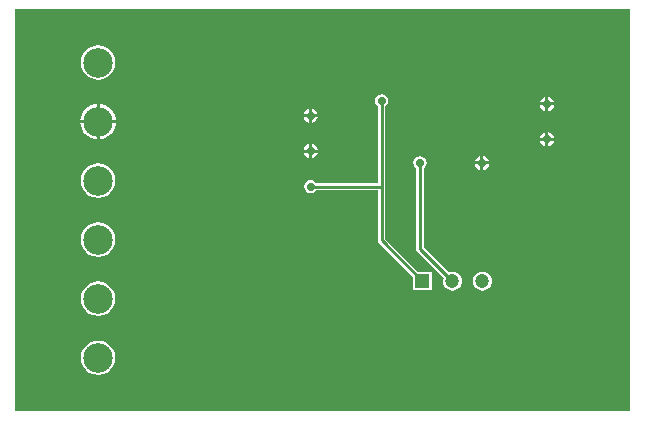
<source format=gbl>
%FSLAX25Y25*%
%MOIN*%
G70*
G01*
G75*
G04 Layer_Physical_Order=2*
G04 Layer_Color=16711680*
%ADD10O,0.08661X0.02362*%
%ADD11R,0.03937X0.05709*%
%ADD12R,0.05709X0.02165*%
%ADD13C,0.01000*%
%ADD14R,0.04724X0.04724*%
%ADD15C,0.04724*%
%ADD16C,0.09843*%
%ADD17C,0.02756*%
G36*
X255906Y51181D02*
X51181D01*
Y185039D01*
X255906D01*
Y51181D01*
D02*
G37*
%LPC*%
G36*
X207193Y136183D02*
Y134358D01*
X209018D01*
X208933Y134786D01*
X208407Y135573D01*
X207621Y136098D01*
X207193Y136183D01*
D02*
G37*
G36*
X206193D02*
X205765Y136098D01*
X204978Y135573D01*
X204453Y134786D01*
X204368Y134358D01*
X206193D01*
Y136183D01*
D02*
G37*
G36*
X209018Y133358D02*
X207193D01*
Y131533D01*
X207621Y131618D01*
X208407Y132144D01*
X208933Y132930D01*
X209018Y133358D01*
D02*
G37*
G36*
X149106Y137295D02*
X147281D01*
X147366Y136867D01*
X147892Y136081D01*
X148679Y135555D01*
X149106Y135470D01*
Y137295D01*
D02*
G37*
G36*
X150106Y140120D02*
Y138295D01*
X151931D01*
X151846Y138723D01*
X151321Y139510D01*
X150534Y140035D01*
X150106Y140120D01*
D02*
G37*
G36*
X149106D02*
X148679Y140035D01*
X147892Y139510D01*
X147366Y138723D01*
X147281Y138295D01*
X149106D01*
Y140120D01*
D02*
G37*
G36*
X151931Y137295D02*
X150106D01*
Y135470D01*
X150534Y135555D01*
X151321Y136081D01*
X151846Y136867D01*
X151931Y137295D01*
D02*
G37*
G36*
X206193Y133358D02*
X204368D01*
X204453Y132930D01*
X204978Y132144D01*
X205765Y131618D01*
X206193Y131533D01*
Y133358D01*
D02*
G37*
G36*
X186024Y136066D02*
X185179Y135898D01*
X184462Y135419D01*
X183984Y134703D01*
X183816Y133858D01*
X183984Y133013D01*
X184462Y132297D01*
X184711Y132131D01*
Y105315D01*
X184811Y104813D01*
X185096Y104387D01*
X193896Y95586D01*
X193782Y95310D01*
X193674Y94488D01*
X193782Y93666D01*
X194099Y92900D01*
X194604Y92242D01*
X195262Y91737D01*
X196028Y91420D01*
X196850Y91311D01*
X197673Y91420D01*
X198439Y91737D01*
X199097Y92242D01*
X199602Y92900D01*
X199919Y93666D01*
X200027Y94488D01*
X199919Y95310D01*
X199602Y96077D01*
X199097Y96734D01*
X198439Y97239D01*
X197673Y97557D01*
X196850Y97665D01*
X196028Y97557D01*
X195752Y97443D01*
X187336Y105859D01*
Y132131D01*
X187585Y132297D01*
X188063Y133013D01*
X188231Y133858D01*
X188063Y134703D01*
X187585Y135419D01*
X186869Y135898D01*
X186024Y136066D01*
D02*
G37*
G36*
X78740Y94341D02*
X77250Y94144D01*
X75861Y93569D01*
X74669Y92654D01*
X73754Y91462D01*
X73178Y90073D01*
X72982Y88583D01*
X73178Y87092D01*
X73754Y85704D01*
X74669Y84511D01*
X75861Y83596D01*
X77250Y83021D01*
X78740Y82825D01*
X80230Y83021D01*
X81619Y83596D01*
X82812Y84511D01*
X83727Y85704D01*
X84302Y87092D01*
X84498Y88583D01*
X84302Y90073D01*
X83727Y91462D01*
X82812Y92654D01*
X81619Y93569D01*
X80230Y94144D01*
X78740Y94341D01*
D02*
G37*
G36*
Y74656D02*
X77250Y74459D01*
X75861Y73884D01*
X74669Y72969D01*
X73754Y71777D01*
X73178Y70388D01*
X72982Y68898D01*
X73178Y67407D01*
X73754Y66019D01*
X74669Y64826D01*
X75861Y63911D01*
X77250Y63336D01*
X78740Y63140D01*
X80230Y63336D01*
X81619Y63911D01*
X82812Y64826D01*
X83727Y66019D01*
X84302Y67407D01*
X84498Y68898D01*
X84302Y70388D01*
X83727Y71777D01*
X82812Y72969D01*
X81619Y73884D01*
X80230Y74459D01*
X78740Y74656D01*
D02*
G37*
G36*
X206850Y97665D02*
X206028Y97557D01*
X205262Y97239D01*
X204604Y96734D01*
X204099Y96077D01*
X203782Y95310D01*
X203674Y94488D01*
X203782Y93666D01*
X204099Y92900D01*
X204604Y92242D01*
X205262Y91737D01*
X206028Y91420D01*
X206850Y91311D01*
X207673Y91420D01*
X208439Y91737D01*
X209097Y92242D01*
X209602Y92900D01*
X209919Y93666D01*
X210027Y94488D01*
X209919Y95310D01*
X209602Y96077D01*
X209097Y96734D01*
X208439Y97239D01*
X207673Y97557D01*
X206850Y97665D01*
D02*
G37*
G36*
X173228Y156735D02*
X172383Y156567D01*
X171667Y156089D01*
X171189Y155372D01*
X171021Y154528D01*
X171189Y153683D01*
X171667Y152966D01*
X171916Y152800D01*
Y127297D01*
X151333D01*
X151167Y127545D01*
X150451Y128024D01*
X149606Y128192D01*
X148761Y128024D01*
X148045Y127545D01*
X147567Y126829D01*
X147398Y125984D01*
X147567Y125139D01*
X148045Y124423D01*
X148761Y123944D01*
X149606Y123776D01*
X150451Y123944D01*
X151167Y124423D01*
X151333Y124672D01*
X171916D01*
Y108110D01*
X172016Y107608D01*
X172300Y107182D01*
X183701Y95781D01*
Y91339D01*
X190000D01*
Y97638D01*
X185557D01*
X174541Y108654D01*
Y125984D01*
Y152800D01*
X174790Y152966D01*
X175268Y153683D01*
X175436Y154528D01*
X175268Y155372D01*
X174790Y156089D01*
X174073Y156567D01*
X173228Y156735D01*
D02*
G37*
G36*
X78740Y133711D02*
X77250Y133514D01*
X75861Y132939D01*
X74669Y132024D01*
X73754Y130832D01*
X73178Y129443D01*
X72982Y127953D01*
X73178Y126462D01*
X73754Y125074D01*
X74669Y123881D01*
X75861Y122966D01*
X77250Y122391D01*
X78740Y122195D01*
X80230Y122391D01*
X81619Y122966D01*
X82812Y123881D01*
X83727Y125074D01*
X84302Y126462D01*
X84498Y127953D01*
X84302Y129443D01*
X83727Y130832D01*
X82812Y132024D01*
X81619Y132939D01*
X80230Y133514D01*
X78740Y133711D01*
D02*
G37*
G36*
Y114026D02*
X77250Y113829D01*
X75861Y113254D01*
X74669Y112339D01*
X73754Y111147D01*
X73178Y109758D01*
X72982Y108268D01*
X73178Y106778D01*
X73754Y105389D01*
X74669Y104196D01*
X75861Y103281D01*
X77250Y102706D01*
X78740Y102510D01*
X80230Y102706D01*
X81619Y103281D01*
X82812Y104196D01*
X83727Y105389D01*
X84302Y106778D01*
X84498Y108268D01*
X84302Y109758D01*
X83727Y111147D01*
X82812Y112339D01*
X81619Y113254D01*
X80230Y113829D01*
X78740Y114026D01*
D02*
G37*
G36*
X227847Y141232D02*
X226021D01*
X226107Y140804D01*
X226632Y140018D01*
X227419Y139492D01*
X227847Y139407D01*
Y141232D01*
D02*
G37*
G36*
X150106Y151931D02*
Y150106D01*
X151931D01*
X151846Y150534D01*
X151321Y151321D01*
X150534Y151846D01*
X150106Y151931D01*
D02*
G37*
G36*
X227847Y153043D02*
X226021D01*
X226107Y152615D01*
X226632Y151829D01*
X227419Y151303D01*
X227847Y151218D01*
Y153043D01*
D02*
G37*
G36*
X79240Y153539D02*
Y148138D01*
X84641D01*
X84576Y148799D01*
X84237Y149915D01*
X83687Y150943D01*
X82947Y151845D01*
X82046Y152585D01*
X81017Y153135D01*
X79901Y153473D01*
X79240Y153539D01*
D02*
G37*
G36*
X149106Y151931D02*
X148679Y151846D01*
X147892Y151321D01*
X147366Y150534D01*
X147281Y150106D01*
X149106D01*
Y151931D01*
D02*
G37*
G36*
X228847Y155868D02*
Y154043D01*
X230672D01*
X230586Y154471D01*
X230061Y155258D01*
X229274Y155783D01*
X228847Y155868D01*
D02*
G37*
G36*
X78740Y173081D02*
X77250Y172885D01*
X75861Y172309D01*
X74669Y171394D01*
X73754Y170202D01*
X73178Y168813D01*
X72982Y167323D01*
X73178Y165833D01*
X73754Y164444D01*
X74669Y163251D01*
X75861Y162336D01*
X77250Y161761D01*
X78740Y161565D01*
X80230Y161761D01*
X81619Y162336D01*
X82812Y163251D01*
X83727Y164444D01*
X84302Y165833D01*
X84498Y167323D01*
X84302Y168813D01*
X83727Y170202D01*
X82812Y171394D01*
X81619Y172309D01*
X80230Y172885D01*
X78740Y173081D01*
D02*
G37*
G36*
X230672Y153043D02*
X228847D01*
Y151218D01*
X229274Y151303D01*
X230061Y151829D01*
X230586Y152615D01*
X230672Y153043D01*
D02*
G37*
G36*
X227847Y155868D02*
X227419Y155783D01*
X226632Y155258D01*
X226107Y154471D01*
X226021Y154043D01*
X227847D01*
Y155868D01*
D02*
G37*
G36*
X84641Y147138D02*
X79240D01*
Y141737D01*
X79901Y141802D01*
X81017Y142141D01*
X82046Y142691D01*
X82947Y143431D01*
X83687Y144332D01*
X84237Y145361D01*
X84576Y146477D01*
X84641Y147138D01*
D02*
G37*
G36*
X227847Y144057D02*
X227419Y143972D01*
X226632Y143447D01*
X226107Y142660D01*
X226021Y142232D01*
X227847D01*
Y144057D01*
D02*
G37*
G36*
X230672Y141232D02*
X228847D01*
Y139407D01*
X229274Y139492D01*
X230061Y140018D01*
X230586Y140804D01*
X230672Y141232D01*
D02*
G37*
G36*
X78240Y147138D02*
X72839D01*
X72905Y146477D01*
X73243Y145361D01*
X73793Y144332D01*
X74533Y143431D01*
X75435Y142691D01*
X76463Y142141D01*
X77579Y141802D01*
X78240Y141737D01*
Y147138D01*
D02*
G37*
G36*
X151931Y149106D02*
X150106D01*
Y147281D01*
X150534Y147366D01*
X151321Y147892D01*
X151846Y148679D01*
X151931Y149106D01*
D02*
G37*
G36*
X78240Y153539D02*
X77579Y153473D01*
X76463Y153135D01*
X75435Y152585D01*
X74533Y151845D01*
X73793Y150943D01*
X73243Y149915D01*
X72905Y148799D01*
X72839Y148138D01*
X78240D01*
Y153539D01*
D02*
G37*
G36*
X228847Y144057D02*
Y142232D01*
X230672D01*
X230586Y142660D01*
X230061Y143447D01*
X229274Y143972D01*
X228847Y144057D01*
D02*
G37*
G36*
X149106Y149106D02*
X147281D01*
X147366Y148679D01*
X147892Y147892D01*
X148679Y147366D01*
X149106Y147281D01*
Y149106D01*
D02*
G37*
%LPD*%
D13*
X173228Y125984D02*
Y154528D01*
Y108110D02*
Y125984D01*
Y108110D02*
X186850Y94488D01*
X186024Y105315D02*
Y133858D01*
Y105315D02*
X196850Y94488D01*
X149606Y125984D02*
X173228D01*
D14*
X186850Y94488D02*
D03*
D15*
X196850D02*
D03*
X206850D02*
D03*
D16*
X78740Y167323D02*
D03*
Y147638D02*
D03*
Y127953D02*
D03*
Y108268D02*
D03*
Y88583D02*
D03*
Y68898D02*
D03*
D17*
X173228Y154528D02*
D03*
X186024Y133858D02*
D03*
X206693D02*
D03*
X149606Y149606D02*
D03*
Y137795D02*
D03*
Y125984D02*
D03*
X228346Y141732D02*
D03*
Y153543D02*
D03*
M02*

</source>
